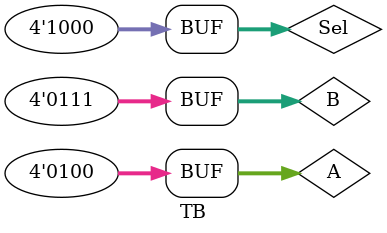
<source format=v>
module alu(A,B,Sel,out);
input [3:0] A,B;
input [3:0] Sel;
output reg [6:0]out;

always@(*)
begin
case(Sel)
4'b0000 : out = A + B;
4'b0001 : out = A - B;
4'b0010 : out = A * B;
4'b0011 : out = A / B;
4'b0100 : out = A<<1;
4'b0101 : out = A>>1;
4'b0110 : out = {A[2:0],A[3]};
4'b0111 : out = {A[0],A[3:1]};
4'b1000 : out = A & B;
4'b1001 : out = A | B;
4'b1010 : out = A ^ B;
4'b1011 : out = ~(A & B);
4'b1100 : out = ~(A | B);
4'b1101 : out = ~(A ^ B);
4'b1110 : out = (A>B)?6'd1:6'd0;
4'b1111 : out = (A==B)?6'd1:6'd0;
default out = 0;
endcase
end
endmodule


//TESTBENCH
module TB();
reg[3:0] A,B;
reg[3:0]Sel;
wire[6:0]out;

alu a1(A,B,Sel,out);

initial
begin
Sel = 4'b0000;  A = 0100;  B = 1111;
#10;

Sel = 4'b0001;  A = 0100;  B = 1111;
#10;

Sel = 4'b0010;  A = 0100;  B = 1111;
#10;

Sel = 4'b0011 ; A = 0100;  B = 1111;
#10;

Sel = 4'b0100 ; A = 0100;  B = 1111;
#10;

Sel = 4'b0101 ; A = 0100;  B = 1111;
#10;

Sel = 4'b0110 ; A = 0100;  B = 1111;
#10;

Sel = 4'b0111 ; A = 0100;  B = 1111;
#10;

Sel = 4'b1000;  A = 0100;  B = 1111;
#40;

end
endmodule

 
 

</source>
